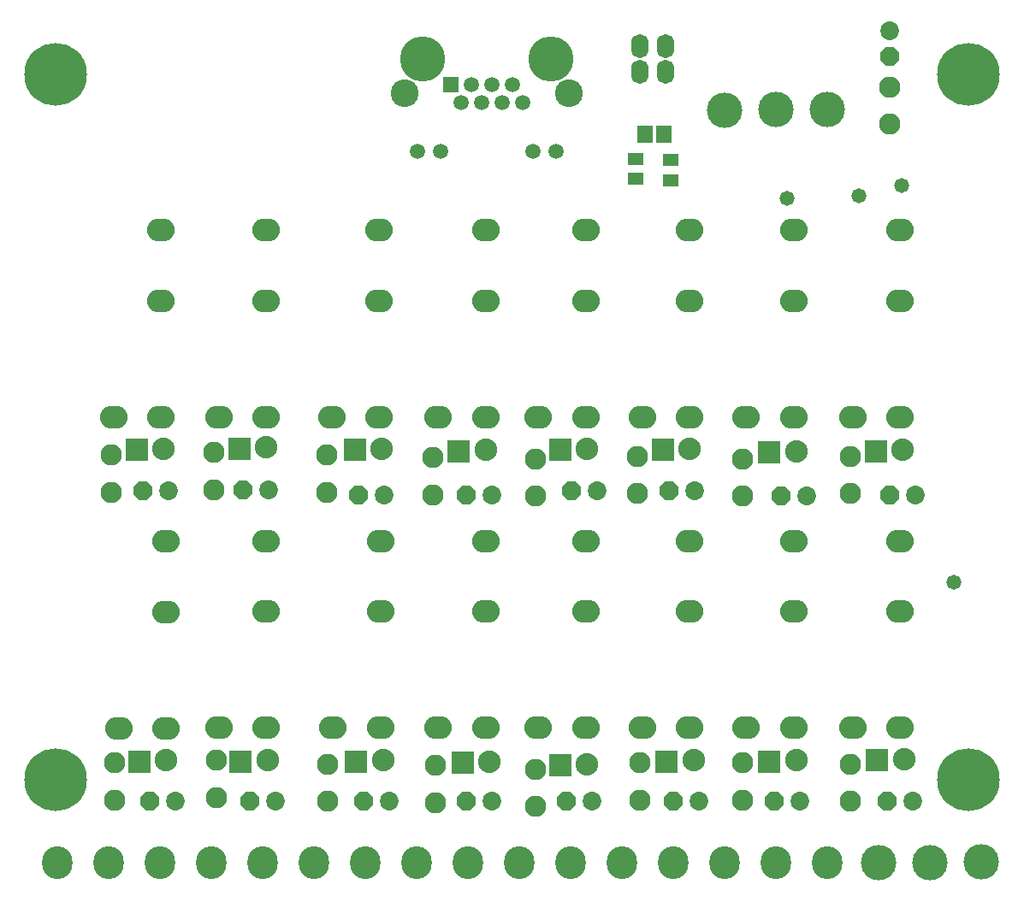
<source format=gts>
G04*
G04 #@! TF.GenerationSoftware,Altium Limited,Altium Designer,20.1.12 (249)*
G04*
G04 Layer_Color=8388736*
%FSTAX24Y24*%
%MOIN*%
G70*
G04*
G04 #@! TF.SameCoordinates,3ECB986E-075F-4DB5-9EE9-704FFB054EE1*
G04*
G04*
G04 #@! TF.FilePolarity,Negative*
G04*
G01*
G75*
%ADD18R,0.0630X0.0513*%
%ADD19R,0.0592X0.0671*%
%ADD20C,0.0730*%
%ADD21P,0.0790X8X112.5*%
%ADD22O,0.1080X0.0880*%
%ADD23C,0.0830*%
%ADD24C,0.2442*%
%ADD25C,0.0880*%
%ADD26R,0.0880X0.0880*%
%ADD27P,0.0790X8X22.5*%
%ADD28O,0.1180X0.1280*%
%ADD29C,0.1380*%
%ADD30R,0.0592X0.0592*%
%ADD31C,0.0592*%
%ADD32C,0.1760*%
%ADD33C,0.1084*%
%ADD34O,0.0680X0.0940*%
%ADD35C,0.0580*%
%ADD36C,0.0474*%
D18*
X03895Y041256D02*
D03*
Y042044D02*
D03*
X0403Y041206D02*
D03*
Y041994D02*
D03*
D19*
X039304Y042992D02*
D03*
X040052D02*
D03*
D20*
X04885Y04705D02*
D03*
X02915Y02895D02*
D03*
X03335D02*
D03*
X03745Y0291D02*
D03*
X04125D02*
D03*
X0456Y0289D02*
D03*
X04985Y02895D02*
D03*
X0414Y017D02*
D03*
X04535Y017D02*
D03*
X04975D02*
D03*
X03725D02*
D03*
X03335D02*
D03*
X02935D02*
D03*
X0249D02*
D03*
X021D02*
D03*
X02075Y0291D02*
D03*
X02465Y02915D02*
D03*
D21*
X04885Y04605D02*
D03*
D22*
X0188Y01985D02*
D03*
X02065D02*
D03*
Y027133D02*
D03*
Y024378D02*
D03*
X0474Y031972D02*
D03*
X04925D02*
D03*
Y039256D02*
D03*
Y0365D02*
D03*
X0227Y019867D02*
D03*
X02455D02*
D03*
Y02715D02*
D03*
Y024394D02*
D03*
X02715Y019867D02*
D03*
X029D02*
D03*
Y02715D02*
D03*
Y024394D02*
D03*
X03125Y019867D02*
D03*
X0331D02*
D03*
Y02715D02*
D03*
Y024394D02*
D03*
X03515Y019867D02*
D03*
X037D02*
D03*
Y02715D02*
D03*
Y024394D02*
D03*
X0392Y019867D02*
D03*
X04105D02*
D03*
Y02715D02*
D03*
Y024394D02*
D03*
X0474Y019867D02*
D03*
X04925D02*
D03*
Y02715D02*
D03*
Y024394D02*
D03*
X04325Y019867D02*
D03*
X0451D02*
D03*
Y02715D02*
D03*
Y024394D02*
D03*
X0392Y031972D02*
D03*
X04105D02*
D03*
Y039256D02*
D03*
Y0365D02*
D03*
X03125Y031972D02*
D03*
X0331D02*
D03*
Y039256D02*
D03*
Y0365D02*
D03*
X0227Y031972D02*
D03*
X02455D02*
D03*
Y039256D02*
D03*
Y0365D02*
D03*
X04325Y031972D02*
D03*
X0451D02*
D03*
Y039256D02*
D03*
Y0365D02*
D03*
X03515Y031972D02*
D03*
X037D02*
D03*
Y039256D02*
D03*
Y0365D02*
D03*
X0271Y031972D02*
D03*
X02895D02*
D03*
Y039256D02*
D03*
Y0365D02*
D03*
X0186Y031972D02*
D03*
X02045D02*
D03*
Y039256D02*
D03*
Y0365D02*
D03*
D23*
X04885Y04485D02*
D03*
Y0434D02*
D03*
X0431Y01705D02*
D03*
Y0185D02*
D03*
X03505Y0168D02*
D03*
Y01825D02*
D03*
X02695Y017D02*
D03*
Y01845D02*
D03*
X01865Y01705D02*
D03*
Y0185D02*
D03*
X0431Y0289D02*
D03*
Y03035D02*
D03*
X03505Y0289D02*
D03*
Y03035D02*
D03*
X0269Y02905D02*
D03*
Y0305D02*
D03*
X0185Y02905D02*
D03*
Y0305D02*
D03*
X0473Y017D02*
D03*
Y01845D02*
D03*
X0391Y01705D02*
D03*
Y0185D02*
D03*
X03115Y01695D02*
D03*
Y0184D02*
D03*
X0473Y029D02*
D03*
Y03045D02*
D03*
X039Y029D02*
D03*
Y03045D02*
D03*
X03105Y02895D02*
D03*
Y0304D02*
D03*
X0226Y01715D02*
D03*
Y0186D02*
D03*
X0225Y02915D02*
D03*
Y0306D02*
D03*
D24*
X0519Y04535D02*
D03*
X01635D02*
D03*
X0519Y01785D02*
D03*
X01635D02*
D03*
D25*
X04935Y0307D02*
D03*
X0452Y03065D02*
D03*
X04105Y03075D02*
D03*
X03705D02*
D03*
X02905D02*
D03*
X02055D02*
D03*
X0412Y0186D02*
D03*
X0452D02*
D03*
X0494Y01865D02*
D03*
X03705Y01845D02*
D03*
X03325Y01855D02*
D03*
X0291Y0186D02*
D03*
X0246D02*
D03*
X02065D02*
D03*
X0331Y0307D02*
D03*
X02455Y0308D02*
D03*
D26*
X0483Y03065D02*
D03*
X04415Y0306D02*
D03*
X04Y0307D02*
D03*
X036D02*
D03*
X028D02*
D03*
X0195D02*
D03*
X04015Y01855D02*
D03*
X04415D02*
D03*
X04835Y0186D02*
D03*
X036Y0184D02*
D03*
X0322Y0185D02*
D03*
X02805Y01855D02*
D03*
X02355D02*
D03*
X0196D02*
D03*
X03205Y03065D02*
D03*
X0235Y03075D02*
D03*
D27*
X02815Y02895D02*
D03*
X03235D02*
D03*
X03645Y0291D02*
D03*
X04025D02*
D03*
X0446Y0289D02*
D03*
X04885Y02895D02*
D03*
X0404Y017D02*
D03*
X04435Y017D02*
D03*
X04875D02*
D03*
X03625D02*
D03*
X03235D02*
D03*
X02835D02*
D03*
X0239D02*
D03*
X02D02*
D03*
X01975Y0291D02*
D03*
X02365Y02915D02*
D03*
D28*
X0404Y0146D02*
D03*
X046404Y014604D02*
D03*
X044401Y014601D02*
D03*
X0424Y0146D02*
D03*
X0324D02*
D03*
X038404Y014604D02*
D03*
X036401Y014601D02*
D03*
X0344Y0146D02*
D03*
X024399Y014599D02*
D03*
X030403Y014603D02*
D03*
X0284Y0146D02*
D03*
X026399Y014599D02*
D03*
X016399D02*
D03*
X022403Y014603D02*
D03*
X0204Y0146D02*
D03*
X018399Y014599D02*
D03*
D29*
X0504Y0146D02*
D03*
X0484D02*
D03*
X052426Y014626D02*
D03*
X044426Y043976D02*
D03*
X046426D02*
D03*
X0424Y04395D02*
D03*
D30*
X031741Y04495D02*
D03*
D31*
X032142Y044249D02*
D03*
X032544Y04495D02*
D03*
X032945Y044249D02*
D03*
X033347Y04495D02*
D03*
X033748Y044249D02*
D03*
X03415Y04495D02*
D03*
X034552Y044249D02*
D03*
X031347Y042352D02*
D03*
X030445Y042352D02*
D03*
X034945Y042352D02*
D03*
X035847Y042352D02*
D03*
D32*
X030646Y04595D02*
D03*
X035646Y04595D02*
D03*
D33*
X036345Y0446D02*
D03*
X029947D02*
D03*
D34*
X0401Y04645D02*
D03*
X0391D02*
D03*
X0401Y04545D02*
D03*
X0391D02*
D03*
D35*
X0493Y041D02*
D03*
X04765Y0406D02*
D03*
X04485Y0405D02*
D03*
X05135Y02555D02*
D03*
D36*
X05255Y04465D02*
D03*
X05125Y046D02*
D03*
X05255D02*
D03*
X05125Y04465D02*
D03*
X0519Y0463D02*
D03*
X05285Y04535D02*
D03*
X05095D02*
D03*
X05195Y0444D02*
D03*
X017Y04465D02*
D03*
X0157Y046D02*
D03*
X017D02*
D03*
X0157Y04465D02*
D03*
X01635Y0463D02*
D03*
X0173Y04535D02*
D03*
X0154D02*
D03*
X0164Y0444D02*
D03*
X05255Y01715D02*
D03*
X05125Y0185D02*
D03*
X05255D02*
D03*
X05125Y01715D02*
D03*
X0519Y0188D02*
D03*
X05285Y01785D02*
D03*
X05095D02*
D03*
X05195Y0169D02*
D03*
X017Y01715D02*
D03*
X0157Y0185D02*
D03*
X017D02*
D03*
X0157Y01715D02*
D03*
X01635Y0188D02*
D03*
X0173Y01785D02*
D03*
X0154D02*
D03*
X0164Y0169D02*
D03*
M02*

</source>
